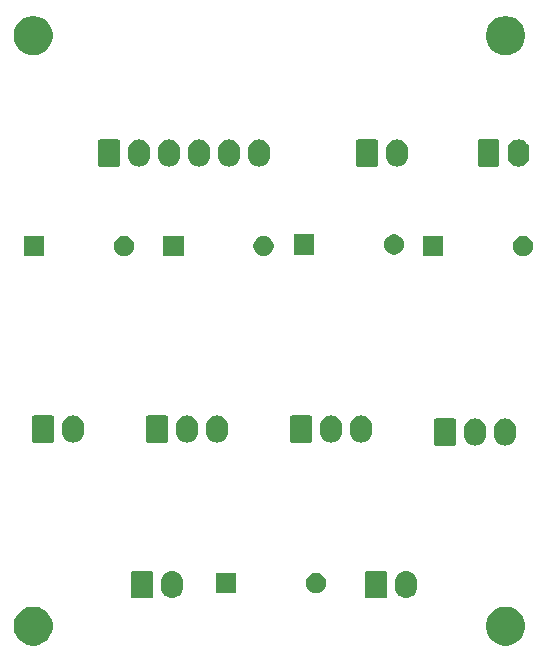
<source format=gbr>
G04 #@! TF.GenerationSoftware,KiCad,Pcbnew,(5.1.5-0-10_14)*
G04 #@! TF.CreationDate,2021-03-15T05:56:14+10:00*
G04 #@! TF.ProjectId,OH - Left Console 5 - Fuel Panel,4f48202d-204c-4656-9674-20436f6e736f,rev?*
G04 #@! TF.SameCoordinates,Original*
G04 #@! TF.FileFunction,Soldermask,Top*
G04 #@! TF.FilePolarity,Negative*
%FSLAX46Y46*%
G04 Gerber Fmt 4.6, Leading zero omitted, Abs format (unit mm)*
G04 Created by KiCad (PCBNEW (5.1.5-0-10_14)) date 2021-03-15 05:56:14*
%MOMM*%
%LPD*%
G04 APERTURE LIST*
%ADD10C,0.100000*%
G04 APERTURE END LIST*
D10*
G36*
X140375256Y-98391298D02*
G01*
X140481579Y-98412447D01*
X140782042Y-98536903D01*
X141052451Y-98717585D01*
X141282415Y-98947549D01*
X141463097Y-99217958D01*
X141587553Y-99518421D01*
X141651000Y-99837391D01*
X141651000Y-100162609D01*
X141587553Y-100481579D01*
X141463097Y-100782042D01*
X141282415Y-101052451D01*
X141052451Y-101282415D01*
X140782042Y-101463097D01*
X140481579Y-101587553D01*
X140375256Y-101608702D01*
X140162611Y-101651000D01*
X139837389Y-101651000D01*
X139624744Y-101608702D01*
X139518421Y-101587553D01*
X139217958Y-101463097D01*
X138947549Y-101282415D01*
X138717585Y-101052451D01*
X138536903Y-100782042D01*
X138412447Y-100481579D01*
X138349000Y-100162609D01*
X138349000Y-99837391D01*
X138412447Y-99518421D01*
X138536903Y-99217958D01*
X138717585Y-98947549D01*
X138947549Y-98717585D01*
X139217958Y-98536903D01*
X139518421Y-98412447D01*
X139624744Y-98391298D01*
X139837389Y-98349000D01*
X140162611Y-98349000D01*
X140375256Y-98391298D01*
G37*
G36*
X100375256Y-98391298D02*
G01*
X100481579Y-98412447D01*
X100782042Y-98536903D01*
X101052451Y-98717585D01*
X101282415Y-98947549D01*
X101463097Y-99217958D01*
X101587553Y-99518421D01*
X101651000Y-99837391D01*
X101651000Y-100162609D01*
X101587553Y-100481579D01*
X101463097Y-100782042D01*
X101282415Y-101052451D01*
X101052451Y-101282415D01*
X100782042Y-101463097D01*
X100481579Y-101587553D01*
X100375256Y-101608702D01*
X100162611Y-101651000D01*
X99837389Y-101651000D01*
X99624744Y-101608702D01*
X99518421Y-101587553D01*
X99217958Y-101463097D01*
X98947549Y-101282415D01*
X98717585Y-101052451D01*
X98536903Y-100782042D01*
X98412447Y-100481579D01*
X98349000Y-100162609D01*
X98349000Y-99837391D01*
X98412447Y-99518421D01*
X98536903Y-99217958D01*
X98717585Y-98947549D01*
X98947549Y-98717585D01*
X99217958Y-98536903D01*
X99518421Y-98412447D01*
X99624744Y-98391298D01*
X99837389Y-98349000D01*
X100162611Y-98349000D01*
X100375256Y-98391298D01*
G37*
G36*
X131752547Y-95349326D02*
G01*
X131926156Y-95401990D01*
X131926158Y-95401991D01*
X132086155Y-95487511D01*
X132226397Y-95602603D01*
X132305495Y-95698985D01*
X132341489Y-95742844D01*
X132427010Y-95902843D01*
X132479674Y-96076452D01*
X132493000Y-96211756D01*
X132493000Y-96762243D01*
X132479674Y-96897548D01*
X132427010Y-97071157D01*
X132341489Y-97231156D01*
X132305729Y-97274729D01*
X132226397Y-97371397D01*
X132129729Y-97450729D01*
X132086156Y-97486489D01*
X131926157Y-97572010D01*
X131752548Y-97624674D01*
X131572000Y-97642456D01*
X131391453Y-97624674D01*
X131217844Y-97572010D01*
X131057845Y-97486489D01*
X131014272Y-97450729D01*
X130917604Y-97371397D01*
X130802513Y-97231157D01*
X130802512Y-97231155D01*
X130716990Y-97071157D01*
X130664326Y-96897548D01*
X130651000Y-96762244D01*
X130651000Y-96211757D01*
X130664326Y-96076453D01*
X130716990Y-95902844D01*
X130802511Y-95742845D01*
X130802512Y-95742844D01*
X130917603Y-95602603D01*
X131043388Y-95499375D01*
X131057844Y-95487511D01*
X131217843Y-95401990D01*
X131391452Y-95349326D01*
X131572000Y-95331544D01*
X131752547Y-95349326D01*
G37*
G36*
X111940547Y-95349326D02*
G01*
X112114156Y-95401990D01*
X112114158Y-95401991D01*
X112274155Y-95487511D01*
X112414397Y-95602603D01*
X112493495Y-95698985D01*
X112529489Y-95742844D01*
X112615010Y-95902843D01*
X112667674Y-96076452D01*
X112681000Y-96211756D01*
X112681000Y-96762243D01*
X112667674Y-96897548D01*
X112615010Y-97071157D01*
X112529489Y-97231156D01*
X112493729Y-97274729D01*
X112414397Y-97371397D01*
X112317729Y-97450729D01*
X112274156Y-97486489D01*
X112114157Y-97572010D01*
X111940548Y-97624674D01*
X111760000Y-97642456D01*
X111579453Y-97624674D01*
X111405844Y-97572010D01*
X111245845Y-97486489D01*
X111202272Y-97450729D01*
X111105604Y-97371397D01*
X110990513Y-97231157D01*
X110990512Y-97231155D01*
X110904990Y-97071157D01*
X110852326Y-96897548D01*
X110839000Y-96762244D01*
X110839000Y-96211757D01*
X110852326Y-96076453D01*
X110904990Y-95902844D01*
X110990511Y-95742845D01*
X110990512Y-95742844D01*
X111105603Y-95602603D01*
X111231388Y-95499375D01*
X111245844Y-95487511D01*
X111405843Y-95401990D01*
X111579452Y-95349326D01*
X111760000Y-95331544D01*
X111940547Y-95349326D01*
G37*
G36*
X109999561Y-95339966D02*
G01*
X110032383Y-95349923D01*
X110062632Y-95366092D01*
X110089148Y-95387852D01*
X110110908Y-95414368D01*
X110127077Y-95444617D01*
X110137034Y-95477439D01*
X110141000Y-95517713D01*
X110141000Y-97456287D01*
X110137034Y-97496561D01*
X110127077Y-97529383D01*
X110110908Y-97559632D01*
X110089148Y-97586148D01*
X110062632Y-97607908D01*
X110032383Y-97624077D01*
X109999561Y-97634034D01*
X109959287Y-97638000D01*
X108480713Y-97638000D01*
X108440439Y-97634034D01*
X108407617Y-97624077D01*
X108377368Y-97607908D01*
X108350852Y-97586148D01*
X108329092Y-97559632D01*
X108312923Y-97529383D01*
X108302966Y-97496561D01*
X108299000Y-97456287D01*
X108299000Y-95517713D01*
X108302966Y-95477439D01*
X108312923Y-95444617D01*
X108329092Y-95414368D01*
X108350852Y-95387852D01*
X108377368Y-95366092D01*
X108407617Y-95349923D01*
X108440439Y-95339966D01*
X108480713Y-95336000D01*
X109959287Y-95336000D01*
X109999561Y-95339966D01*
G37*
G36*
X129811561Y-95339966D02*
G01*
X129844383Y-95349923D01*
X129874632Y-95366092D01*
X129901148Y-95387852D01*
X129922908Y-95414368D01*
X129939077Y-95444617D01*
X129949034Y-95477439D01*
X129953000Y-95517713D01*
X129953000Y-97456287D01*
X129949034Y-97496561D01*
X129939077Y-97529383D01*
X129922908Y-97559632D01*
X129901148Y-97586148D01*
X129874632Y-97607908D01*
X129844383Y-97624077D01*
X129811561Y-97634034D01*
X129771287Y-97638000D01*
X128292713Y-97638000D01*
X128252439Y-97634034D01*
X128219617Y-97624077D01*
X128189368Y-97607908D01*
X128162852Y-97586148D01*
X128141092Y-97559632D01*
X128124923Y-97529383D01*
X128114966Y-97496561D01*
X128111000Y-97456287D01*
X128111000Y-95517713D01*
X128114966Y-95477439D01*
X128124923Y-95444617D01*
X128141092Y-95414368D01*
X128162852Y-95387852D01*
X128189368Y-95366092D01*
X128219617Y-95349923D01*
X128252439Y-95339966D01*
X128292713Y-95336000D01*
X129771287Y-95336000D01*
X129811561Y-95339966D01*
G37*
G36*
X124200228Y-95541703D02*
G01*
X124355100Y-95605853D01*
X124494481Y-95698985D01*
X124613015Y-95817519D01*
X124706147Y-95956900D01*
X124770297Y-96111772D01*
X124803000Y-96276184D01*
X124803000Y-96443816D01*
X124770297Y-96608228D01*
X124706147Y-96763100D01*
X124613015Y-96902481D01*
X124494481Y-97021015D01*
X124355100Y-97114147D01*
X124200228Y-97178297D01*
X124035816Y-97211000D01*
X123868184Y-97211000D01*
X123703772Y-97178297D01*
X123548900Y-97114147D01*
X123409519Y-97021015D01*
X123290985Y-96902481D01*
X123197853Y-96763100D01*
X123133703Y-96608228D01*
X123101000Y-96443816D01*
X123101000Y-96276184D01*
X123133703Y-96111772D01*
X123197853Y-95956900D01*
X123290985Y-95817519D01*
X123409519Y-95698985D01*
X123548900Y-95605853D01*
X123703772Y-95541703D01*
X123868184Y-95509000D01*
X124035816Y-95509000D01*
X124200228Y-95541703D01*
G37*
G36*
X117183000Y-97211000D02*
G01*
X115481000Y-97211000D01*
X115481000Y-95509000D01*
X117183000Y-95509000D01*
X117183000Y-97211000D01*
G37*
G36*
X137594547Y-82427326D02*
G01*
X137768156Y-82479990D01*
X137768158Y-82479991D01*
X137928155Y-82565511D01*
X138068397Y-82680603D01*
X138106345Y-82726844D01*
X138183489Y-82820844D01*
X138269010Y-82980843D01*
X138321674Y-83154452D01*
X138335000Y-83289756D01*
X138335000Y-83840243D01*
X138321674Y-83975548D01*
X138269010Y-84149157D01*
X138183489Y-84309156D01*
X138154581Y-84344380D01*
X138068397Y-84449397D01*
X137971729Y-84528729D01*
X137928156Y-84564489D01*
X137768157Y-84650010D01*
X137594548Y-84702674D01*
X137414000Y-84720456D01*
X137233453Y-84702674D01*
X137059844Y-84650010D01*
X136899845Y-84564489D01*
X136856272Y-84528729D01*
X136759604Y-84449397D01*
X136644513Y-84309157D01*
X136644512Y-84309155D01*
X136558990Y-84149157D01*
X136506326Y-83975548D01*
X136493000Y-83840244D01*
X136493000Y-83289757D01*
X136506326Y-83154453D01*
X136558990Y-82980844D01*
X136644511Y-82820845D01*
X136644512Y-82820844D01*
X136759603Y-82680603D01*
X136898219Y-82566845D01*
X136899844Y-82565511D01*
X137059843Y-82479990D01*
X137233452Y-82427326D01*
X137414000Y-82409544D01*
X137594547Y-82427326D01*
G37*
G36*
X140134547Y-82427326D02*
G01*
X140308156Y-82479990D01*
X140308158Y-82479991D01*
X140468155Y-82565511D01*
X140608397Y-82680603D01*
X140646345Y-82726844D01*
X140723489Y-82820844D01*
X140809010Y-82980843D01*
X140861674Y-83154452D01*
X140875000Y-83289756D01*
X140875000Y-83840243D01*
X140861674Y-83975548D01*
X140809010Y-84149157D01*
X140723489Y-84309156D01*
X140694581Y-84344380D01*
X140608397Y-84449397D01*
X140511729Y-84528729D01*
X140468156Y-84564489D01*
X140308157Y-84650010D01*
X140134548Y-84702674D01*
X139954000Y-84720456D01*
X139773453Y-84702674D01*
X139599844Y-84650010D01*
X139439845Y-84564489D01*
X139396272Y-84528729D01*
X139299604Y-84449397D01*
X139184513Y-84309157D01*
X139184512Y-84309155D01*
X139098990Y-84149157D01*
X139046326Y-83975548D01*
X139033000Y-83840244D01*
X139033000Y-83289757D01*
X139046326Y-83154453D01*
X139098990Y-82980844D01*
X139184511Y-82820845D01*
X139184512Y-82820844D01*
X139299603Y-82680603D01*
X139438219Y-82566845D01*
X139439844Y-82565511D01*
X139599843Y-82479990D01*
X139773452Y-82427326D01*
X139954000Y-82409544D01*
X140134547Y-82427326D01*
G37*
G36*
X135653561Y-82417966D02*
G01*
X135686383Y-82427923D01*
X135716632Y-82444092D01*
X135743148Y-82465852D01*
X135764908Y-82492368D01*
X135781077Y-82522617D01*
X135791034Y-82555439D01*
X135795000Y-82595713D01*
X135795000Y-84534287D01*
X135791034Y-84574561D01*
X135781077Y-84607383D01*
X135764908Y-84637632D01*
X135743148Y-84664148D01*
X135716632Y-84685908D01*
X135686383Y-84702077D01*
X135653561Y-84712034D01*
X135613287Y-84716000D01*
X134134713Y-84716000D01*
X134094439Y-84712034D01*
X134061617Y-84702077D01*
X134031368Y-84685908D01*
X134004852Y-84664148D01*
X133983092Y-84637632D01*
X133966923Y-84607383D01*
X133956966Y-84574561D01*
X133953000Y-84534287D01*
X133953000Y-82595713D01*
X133956966Y-82555439D01*
X133966923Y-82522617D01*
X133983092Y-82492368D01*
X134004852Y-82465852D01*
X134031368Y-82444092D01*
X134061617Y-82427923D01*
X134094439Y-82417966D01*
X134134713Y-82414000D01*
X135613287Y-82414000D01*
X135653561Y-82417966D01*
G37*
G36*
X127942547Y-82173326D02*
G01*
X128116156Y-82225990D01*
X128116158Y-82225991D01*
X128276155Y-82311511D01*
X128416397Y-82426603D01*
X128469668Y-82491515D01*
X128531489Y-82566844D01*
X128617010Y-82726843D01*
X128669674Y-82900452D01*
X128683000Y-83035756D01*
X128683000Y-83586243D01*
X128669674Y-83721548D01*
X128617010Y-83895157D01*
X128531489Y-84055156D01*
X128495729Y-84098729D01*
X128416397Y-84195397D01*
X128319729Y-84274729D01*
X128276156Y-84310489D01*
X128116157Y-84396010D01*
X127942548Y-84448674D01*
X127762000Y-84466456D01*
X127581453Y-84448674D01*
X127407844Y-84396010D01*
X127247845Y-84310489D01*
X127204272Y-84274729D01*
X127107604Y-84195397D01*
X126992513Y-84055157D01*
X126992512Y-84055155D01*
X126906990Y-83895157D01*
X126854326Y-83721548D01*
X126841000Y-83586244D01*
X126841000Y-83035757D01*
X126854326Y-82900453D01*
X126906990Y-82726844D01*
X126992511Y-82566845D01*
X127021419Y-82531620D01*
X127107603Y-82426603D01*
X127233388Y-82323375D01*
X127247844Y-82311511D01*
X127407843Y-82225990D01*
X127581452Y-82173326D01*
X127762000Y-82155544D01*
X127942547Y-82173326D01*
G37*
G36*
X103558547Y-82173326D02*
G01*
X103732156Y-82225990D01*
X103732158Y-82225991D01*
X103892155Y-82311511D01*
X104032397Y-82426603D01*
X104085668Y-82491515D01*
X104147489Y-82566844D01*
X104233010Y-82726843D01*
X104285674Y-82900452D01*
X104299000Y-83035756D01*
X104299000Y-83586243D01*
X104285674Y-83721548D01*
X104233010Y-83895157D01*
X104147489Y-84055156D01*
X104111729Y-84098729D01*
X104032397Y-84195397D01*
X103935729Y-84274729D01*
X103892156Y-84310489D01*
X103732157Y-84396010D01*
X103558548Y-84448674D01*
X103378000Y-84466456D01*
X103197453Y-84448674D01*
X103023844Y-84396010D01*
X102863845Y-84310489D01*
X102820272Y-84274729D01*
X102723604Y-84195397D01*
X102608513Y-84055157D01*
X102608512Y-84055155D01*
X102522990Y-83895157D01*
X102470326Y-83721548D01*
X102457000Y-83586244D01*
X102457000Y-83035757D01*
X102470326Y-82900453D01*
X102522990Y-82726844D01*
X102608511Y-82566845D01*
X102637419Y-82531620D01*
X102723603Y-82426603D01*
X102849388Y-82323375D01*
X102863844Y-82311511D01*
X103023843Y-82225990D01*
X103197452Y-82173326D01*
X103378000Y-82155544D01*
X103558547Y-82173326D01*
G37*
G36*
X125402547Y-82173326D02*
G01*
X125576156Y-82225990D01*
X125576158Y-82225991D01*
X125736155Y-82311511D01*
X125876397Y-82426603D01*
X125929668Y-82491515D01*
X125991489Y-82566844D01*
X126077010Y-82726843D01*
X126129674Y-82900452D01*
X126143000Y-83035756D01*
X126143000Y-83586243D01*
X126129674Y-83721548D01*
X126077010Y-83895157D01*
X125991489Y-84055156D01*
X125955729Y-84098729D01*
X125876397Y-84195397D01*
X125779729Y-84274729D01*
X125736156Y-84310489D01*
X125576157Y-84396010D01*
X125402548Y-84448674D01*
X125222000Y-84466456D01*
X125041453Y-84448674D01*
X124867844Y-84396010D01*
X124707845Y-84310489D01*
X124664272Y-84274729D01*
X124567604Y-84195397D01*
X124452513Y-84055157D01*
X124452512Y-84055155D01*
X124366990Y-83895157D01*
X124314326Y-83721548D01*
X124301000Y-83586244D01*
X124301000Y-83035757D01*
X124314326Y-82900453D01*
X124366990Y-82726844D01*
X124452511Y-82566845D01*
X124481419Y-82531620D01*
X124567603Y-82426603D01*
X124693388Y-82323375D01*
X124707844Y-82311511D01*
X124867843Y-82225990D01*
X125041452Y-82173326D01*
X125222000Y-82155544D01*
X125402547Y-82173326D01*
G37*
G36*
X113210547Y-82173326D02*
G01*
X113384156Y-82225990D01*
X113384158Y-82225991D01*
X113544155Y-82311511D01*
X113684397Y-82426603D01*
X113737668Y-82491515D01*
X113799489Y-82566844D01*
X113885010Y-82726843D01*
X113937674Y-82900452D01*
X113951000Y-83035756D01*
X113951000Y-83586243D01*
X113937674Y-83721548D01*
X113885010Y-83895157D01*
X113799489Y-84055156D01*
X113763729Y-84098729D01*
X113684397Y-84195397D01*
X113587729Y-84274729D01*
X113544156Y-84310489D01*
X113384157Y-84396010D01*
X113210548Y-84448674D01*
X113030000Y-84466456D01*
X112849453Y-84448674D01*
X112675844Y-84396010D01*
X112515845Y-84310489D01*
X112472272Y-84274729D01*
X112375604Y-84195397D01*
X112260513Y-84055157D01*
X112260512Y-84055155D01*
X112174990Y-83895157D01*
X112122326Y-83721548D01*
X112109000Y-83586244D01*
X112109000Y-83035757D01*
X112122326Y-82900453D01*
X112174990Y-82726844D01*
X112260511Y-82566845D01*
X112289419Y-82531620D01*
X112375603Y-82426603D01*
X112501388Y-82323375D01*
X112515844Y-82311511D01*
X112675843Y-82225990D01*
X112849452Y-82173326D01*
X113030000Y-82155544D01*
X113210547Y-82173326D01*
G37*
G36*
X115750547Y-82173326D02*
G01*
X115924156Y-82225990D01*
X115924158Y-82225991D01*
X116084155Y-82311511D01*
X116224397Y-82426603D01*
X116277668Y-82491515D01*
X116339489Y-82566844D01*
X116425010Y-82726843D01*
X116477674Y-82900452D01*
X116491000Y-83035756D01*
X116491000Y-83586243D01*
X116477674Y-83721548D01*
X116425010Y-83895157D01*
X116339489Y-84055156D01*
X116303729Y-84098729D01*
X116224397Y-84195397D01*
X116127729Y-84274729D01*
X116084156Y-84310489D01*
X115924157Y-84396010D01*
X115750548Y-84448674D01*
X115570000Y-84466456D01*
X115389453Y-84448674D01*
X115215844Y-84396010D01*
X115055845Y-84310489D01*
X115012272Y-84274729D01*
X114915604Y-84195397D01*
X114800513Y-84055157D01*
X114800512Y-84055155D01*
X114714990Y-83895157D01*
X114662326Y-83721548D01*
X114649000Y-83586244D01*
X114649000Y-83035757D01*
X114662326Y-82900453D01*
X114714990Y-82726844D01*
X114800511Y-82566845D01*
X114829419Y-82531620D01*
X114915603Y-82426603D01*
X115041388Y-82323375D01*
X115055844Y-82311511D01*
X115215843Y-82225990D01*
X115389452Y-82173326D01*
X115570000Y-82155544D01*
X115750547Y-82173326D01*
G37*
G36*
X101617561Y-82163966D02*
G01*
X101650383Y-82173923D01*
X101680632Y-82190092D01*
X101707148Y-82211852D01*
X101728908Y-82238368D01*
X101745077Y-82268617D01*
X101755034Y-82301439D01*
X101759000Y-82341713D01*
X101759000Y-84280287D01*
X101755034Y-84320561D01*
X101745077Y-84353383D01*
X101728908Y-84383632D01*
X101707148Y-84410148D01*
X101680632Y-84431908D01*
X101650383Y-84448077D01*
X101617561Y-84458034D01*
X101577287Y-84462000D01*
X100098713Y-84462000D01*
X100058439Y-84458034D01*
X100025617Y-84448077D01*
X99995368Y-84431908D01*
X99968852Y-84410148D01*
X99947092Y-84383632D01*
X99930923Y-84353383D01*
X99920966Y-84320561D01*
X99917000Y-84280287D01*
X99917000Y-82341713D01*
X99920966Y-82301439D01*
X99930923Y-82268617D01*
X99947092Y-82238368D01*
X99968852Y-82211852D01*
X99995368Y-82190092D01*
X100025617Y-82173923D01*
X100058439Y-82163966D01*
X100098713Y-82160000D01*
X101577287Y-82160000D01*
X101617561Y-82163966D01*
G37*
G36*
X111269561Y-82163966D02*
G01*
X111302383Y-82173923D01*
X111332632Y-82190092D01*
X111359148Y-82211852D01*
X111380908Y-82238368D01*
X111397077Y-82268617D01*
X111407034Y-82301439D01*
X111411000Y-82341713D01*
X111411000Y-84280287D01*
X111407034Y-84320561D01*
X111397077Y-84353383D01*
X111380908Y-84383632D01*
X111359148Y-84410148D01*
X111332632Y-84431908D01*
X111302383Y-84448077D01*
X111269561Y-84458034D01*
X111229287Y-84462000D01*
X109750713Y-84462000D01*
X109710439Y-84458034D01*
X109677617Y-84448077D01*
X109647368Y-84431908D01*
X109620852Y-84410148D01*
X109599092Y-84383632D01*
X109582923Y-84353383D01*
X109572966Y-84320561D01*
X109569000Y-84280287D01*
X109569000Y-82341713D01*
X109572966Y-82301439D01*
X109582923Y-82268617D01*
X109599092Y-82238368D01*
X109620852Y-82211852D01*
X109647368Y-82190092D01*
X109677617Y-82173923D01*
X109710439Y-82163966D01*
X109750713Y-82160000D01*
X111229287Y-82160000D01*
X111269561Y-82163966D01*
G37*
G36*
X123461561Y-82163966D02*
G01*
X123494383Y-82173923D01*
X123524632Y-82190092D01*
X123551148Y-82211852D01*
X123572908Y-82238368D01*
X123589077Y-82268617D01*
X123599034Y-82301439D01*
X123603000Y-82341713D01*
X123603000Y-84280287D01*
X123599034Y-84320561D01*
X123589077Y-84353383D01*
X123572908Y-84383632D01*
X123551148Y-84410148D01*
X123524632Y-84431908D01*
X123494383Y-84448077D01*
X123461561Y-84458034D01*
X123421287Y-84462000D01*
X121942713Y-84462000D01*
X121902439Y-84458034D01*
X121869617Y-84448077D01*
X121839368Y-84431908D01*
X121812852Y-84410148D01*
X121791092Y-84383632D01*
X121774923Y-84353383D01*
X121764966Y-84320561D01*
X121761000Y-84280287D01*
X121761000Y-82341713D01*
X121764966Y-82301439D01*
X121774923Y-82268617D01*
X121791092Y-82238368D01*
X121812852Y-82211852D01*
X121839368Y-82190092D01*
X121869617Y-82173923D01*
X121902439Y-82163966D01*
X121942713Y-82160000D01*
X123421287Y-82160000D01*
X123461561Y-82163966D01*
G37*
G36*
X134709000Y-68669000D02*
G01*
X133007000Y-68669000D01*
X133007000Y-66967000D01*
X134709000Y-66967000D01*
X134709000Y-68669000D01*
G37*
G36*
X141726228Y-66999703D02*
G01*
X141881100Y-67063853D01*
X142020481Y-67156985D01*
X142139015Y-67275519D01*
X142232147Y-67414900D01*
X142296297Y-67569772D01*
X142329000Y-67734184D01*
X142329000Y-67901816D01*
X142296297Y-68066228D01*
X142232147Y-68221100D01*
X142139015Y-68360481D01*
X142020481Y-68479015D01*
X141881100Y-68572147D01*
X141726228Y-68636297D01*
X141561816Y-68669000D01*
X141394184Y-68669000D01*
X141229772Y-68636297D01*
X141074900Y-68572147D01*
X140935519Y-68479015D01*
X140816985Y-68360481D01*
X140723853Y-68221100D01*
X140659703Y-68066228D01*
X140627000Y-67901816D01*
X140627000Y-67734184D01*
X140659703Y-67569772D01*
X140723853Y-67414900D01*
X140816985Y-67275519D01*
X140935519Y-67156985D01*
X141074900Y-67063853D01*
X141229772Y-66999703D01*
X141394184Y-66967000D01*
X141561816Y-66967000D01*
X141726228Y-66999703D01*
G37*
G36*
X112738000Y-68669000D02*
G01*
X111036000Y-68669000D01*
X111036000Y-66967000D01*
X112738000Y-66967000D01*
X112738000Y-68669000D01*
G37*
G36*
X119755228Y-66999703D02*
G01*
X119910100Y-67063853D01*
X120049481Y-67156985D01*
X120168015Y-67275519D01*
X120261147Y-67414900D01*
X120325297Y-67569772D01*
X120358000Y-67734184D01*
X120358000Y-67901816D01*
X120325297Y-68066228D01*
X120261147Y-68221100D01*
X120168015Y-68360481D01*
X120049481Y-68479015D01*
X119910100Y-68572147D01*
X119755228Y-68636297D01*
X119590816Y-68669000D01*
X119423184Y-68669000D01*
X119258772Y-68636297D01*
X119103900Y-68572147D01*
X118964519Y-68479015D01*
X118845985Y-68360481D01*
X118752853Y-68221100D01*
X118688703Y-68066228D01*
X118656000Y-67901816D01*
X118656000Y-67734184D01*
X118688703Y-67569772D01*
X118752853Y-67414900D01*
X118845985Y-67275519D01*
X118964519Y-67156985D01*
X119103900Y-67063853D01*
X119258772Y-66999703D01*
X119423184Y-66967000D01*
X119590816Y-66967000D01*
X119755228Y-66999703D01*
G37*
G36*
X100927000Y-68669000D02*
G01*
X99225000Y-68669000D01*
X99225000Y-66967000D01*
X100927000Y-66967000D01*
X100927000Y-68669000D01*
G37*
G36*
X107944228Y-66999703D02*
G01*
X108099100Y-67063853D01*
X108238481Y-67156985D01*
X108357015Y-67275519D01*
X108450147Y-67414900D01*
X108514297Y-67569772D01*
X108547000Y-67734184D01*
X108547000Y-67901816D01*
X108514297Y-68066228D01*
X108450147Y-68221100D01*
X108357015Y-68360481D01*
X108238481Y-68479015D01*
X108099100Y-68572147D01*
X107944228Y-68636297D01*
X107779816Y-68669000D01*
X107612184Y-68669000D01*
X107447772Y-68636297D01*
X107292900Y-68572147D01*
X107153519Y-68479015D01*
X107034985Y-68360481D01*
X106941853Y-68221100D01*
X106877703Y-68066228D01*
X106845000Y-67901816D01*
X106845000Y-67734184D01*
X106877703Y-67569772D01*
X106941853Y-67414900D01*
X107034985Y-67275519D01*
X107153519Y-67156985D01*
X107292900Y-67063853D01*
X107447772Y-66999703D01*
X107612184Y-66967000D01*
X107779816Y-66967000D01*
X107944228Y-66999703D01*
G37*
G36*
X123787000Y-68542000D02*
G01*
X122085000Y-68542000D01*
X122085000Y-66840000D01*
X123787000Y-66840000D01*
X123787000Y-68542000D01*
G37*
G36*
X130804228Y-66872703D02*
G01*
X130959100Y-66936853D01*
X131098481Y-67029985D01*
X131217015Y-67148519D01*
X131310147Y-67287900D01*
X131374297Y-67442772D01*
X131407000Y-67607184D01*
X131407000Y-67774816D01*
X131374297Y-67939228D01*
X131310147Y-68094100D01*
X131217015Y-68233481D01*
X131098481Y-68352015D01*
X130959100Y-68445147D01*
X130804228Y-68509297D01*
X130639816Y-68542000D01*
X130472184Y-68542000D01*
X130307772Y-68509297D01*
X130152900Y-68445147D01*
X130013519Y-68352015D01*
X129894985Y-68233481D01*
X129801853Y-68094100D01*
X129737703Y-67939228D01*
X129705000Y-67774816D01*
X129705000Y-67607184D01*
X129737703Y-67442772D01*
X129801853Y-67287900D01*
X129894985Y-67148519D01*
X130013519Y-67029985D01*
X130152900Y-66936853D01*
X130307772Y-66872703D01*
X130472184Y-66840000D01*
X130639816Y-66840000D01*
X130804228Y-66872703D01*
G37*
G36*
X119306547Y-58806326D02*
G01*
X119480156Y-58858990D01*
X119480158Y-58858991D01*
X119640155Y-58944511D01*
X119780397Y-59059603D01*
X119859729Y-59156271D01*
X119895489Y-59199844D01*
X119981010Y-59359843D01*
X120033674Y-59533452D01*
X120047000Y-59668756D01*
X120047000Y-60219243D01*
X120033674Y-60354548D01*
X119981010Y-60528157D01*
X119895489Y-60688156D01*
X119859729Y-60731729D01*
X119780397Y-60828397D01*
X119683729Y-60907729D01*
X119640156Y-60943489D01*
X119480157Y-61029010D01*
X119306548Y-61081674D01*
X119126000Y-61099456D01*
X118945453Y-61081674D01*
X118771844Y-61029010D01*
X118611845Y-60943489D01*
X118568272Y-60907729D01*
X118471604Y-60828397D01*
X118356513Y-60688157D01*
X118356512Y-60688155D01*
X118270990Y-60528157D01*
X118218326Y-60354548D01*
X118205000Y-60219244D01*
X118205000Y-59668757D01*
X118218326Y-59533453D01*
X118270990Y-59359844D01*
X118356511Y-59199845D01*
X118356512Y-59199844D01*
X118471603Y-59059603D01*
X118597388Y-58956375D01*
X118611844Y-58944511D01*
X118771843Y-58858990D01*
X118945452Y-58806326D01*
X119126000Y-58788544D01*
X119306547Y-58806326D01*
G37*
G36*
X114226547Y-58806326D02*
G01*
X114400156Y-58858990D01*
X114400158Y-58858991D01*
X114560155Y-58944511D01*
X114700397Y-59059603D01*
X114779729Y-59156271D01*
X114815489Y-59199844D01*
X114901010Y-59359843D01*
X114953674Y-59533452D01*
X114967000Y-59668756D01*
X114967000Y-60219243D01*
X114953674Y-60354548D01*
X114901010Y-60528157D01*
X114815489Y-60688156D01*
X114779729Y-60731729D01*
X114700397Y-60828397D01*
X114603729Y-60907729D01*
X114560156Y-60943489D01*
X114400157Y-61029010D01*
X114226548Y-61081674D01*
X114046000Y-61099456D01*
X113865453Y-61081674D01*
X113691844Y-61029010D01*
X113531845Y-60943489D01*
X113488272Y-60907729D01*
X113391604Y-60828397D01*
X113276513Y-60688157D01*
X113276512Y-60688155D01*
X113190990Y-60528157D01*
X113138326Y-60354548D01*
X113125000Y-60219244D01*
X113125000Y-59668757D01*
X113138326Y-59533453D01*
X113190990Y-59359844D01*
X113276511Y-59199845D01*
X113276512Y-59199844D01*
X113391603Y-59059603D01*
X113517388Y-58956375D01*
X113531844Y-58944511D01*
X113691843Y-58858990D01*
X113865452Y-58806326D01*
X114046000Y-58788544D01*
X114226547Y-58806326D01*
G37*
G36*
X111686547Y-58806326D02*
G01*
X111860156Y-58858990D01*
X111860158Y-58858991D01*
X112020155Y-58944511D01*
X112160397Y-59059603D01*
X112239729Y-59156271D01*
X112275489Y-59199844D01*
X112361010Y-59359843D01*
X112413674Y-59533452D01*
X112427000Y-59668756D01*
X112427000Y-60219243D01*
X112413674Y-60354548D01*
X112361010Y-60528157D01*
X112275489Y-60688156D01*
X112239729Y-60731729D01*
X112160397Y-60828397D01*
X112063729Y-60907729D01*
X112020156Y-60943489D01*
X111860157Y-61029010D01*
X111686548Y-61081674D01*
X111506000Y-61099456D01*
X111325453Y-61081674D01*
X111151844Y-61029010D01*
X110991845Y-60943489D01*
X110948272Y-60907729D01*
X110851604Y-60828397D01*
X110736513Y-60688157D01*
X110736512Y-60688155D01*
X110650990Y-60528157D01*
X110598326Y-60354548D01*
X110585000Y-60219244D01*
X110585000Y-59668757D01*
X110598326Y-59533453D01*
X110650990Y-59359844D01*
X110736511Y-59199845D01*
X110736512Y-59199844D01*
X110851603Y-59059603D01*
X110977388Y-58956375D01*
X110991844Y-58944511D01*
X111151843Y-58858990D01*
X111325452Y-58806326D01*
X111506000Y-58788544D01*
X111686547Y-58806326D01*
G37*
G36*
X109146547Y-58806326D02*
G01*
X109320156Y-58858990D01*
X109320158Y-58858991D01*
X109480155Y-58944511D01*
X109620397Y-59059603D01*
X109699729Y-59156271D01*
X109735489Y-59199844D01*
X109821010Y-59359843D01*
X109873674Y-59533452D01*
X109887000Y-59668756D01*
X109887000Y-60219243D01*
X109873674Y-60354548D01*
X109821010Y-60528157D01*
X109735489Y-60688156D01*
X109699729Y-60731729D01*
X109620397Y-60828397D01*
X109523729Y-60907729D01*
X109480156Y-60943489D01*
X109320157Y-61029010D01*
X109146548Y-61081674D01*
X108966000Y-61099456D01*
X108785453Y-61081674D01*
X108611844Y-61029010D01*
X108451845Y-60943489D01*
X108408272Y-60907729D01*
X108311604Y-60828397D01*
X108196513Y-60688157D01*
X108196512Y-60688155D01*
X108110990Y-60528157D01*
X108058326Y-60354548D01*
X108045000Y-60219244D01*
X108045000Y-59668757D01*
X108058326Y-59533453D01*
X108110990Y-59359844D01*
X108196511Y-59199845D01*
X108196512Y-59199844D01*
X108311603Y-59059603D01*
X108437388Y-58956375D01*
X108451844Y-58944511D01*
X108611843Y-58858990D01*
X108785452Y-58806326D01*
X108966000Y-58788544D01*
X109146547Y-58806326D01*
G37*
G36*
X116766547Y-58806326D02*
G01*
X116940156Y-58858990D01*
X116940158Y-58858991D01*
X117100155Y-58944511D01*
X117240397Y-59059603D01*
X117319729Y-59156271D01*
X117355489Y-59199844D01*
X117441010Y-59359843D01*
X117493674Y-59533452D01*
X117507000Y-59668756D01*
X117507000Y-60219243D01*
X117493674Y-60354548D01*
X117441010Y-60528157D01*
X117355489Y-60688156D01*
X117319729Y-60731729D01*
X117240397Y-60828397D01*
X117143729Y-60907729D01*
X117100156Y-60943489D01*
X116940157Y-61029010D01*
X116766548Y-61081674D01*
X116586000Y-61099456D01*
X116405453Y-61081674D01*
X116231844Y-61029010D01*
X116071845Y-60943489D01*
X116028272Y-60907729D01*
X115931604Y-60828397D01*
X115816513Y-60688157D01*
X115816512Y-60688155D01*
X115730990Y-60528157D01*
X115678326Y-60354548D01*
X115665000Y-60219244D01*
X115665000Y-59668757D01*
X115678326Y-59533453D01*
X115730990Y-59359844D01*
X115816511Y-59199845D01*
X115816512Y-59199844D01*
X115931603Y-59059603D01*
X116057388Y-58956375D01*
X116071844Y-58944511D01*
X116231843Y-58858990D01*
X116405452Y-58806326D01*
X116586000Y-58788544D01*
X116766547Y-58806326D01*
G37*
G36*
X130990547Y-58806326D02*
G01*
X131164156Y-58858990D01*
X131164158Y-58858991D01*
X131324155Y-58944511D01*
X131464397Y-59059603D01*
X131543729Y-59156271D01*
X131579489Y-59199844D01*
X131665010Y-59359843D01*
X131717674Y-59533452D01*
X131731000Y-59668756D01*
X131731000Y-60219243D01*
X131717674Y-60354548D01*
X131665010Y-60528157D01*
X131579489Y-60688156D01*
X131543729Y-60731729D01*
X131464397Y-60828397D01*
X131367729Y-60907729D01*
X131324156Y-60943489D01*
X131164157Y-61029010D01*
X130990548Y-61081674D01*
X130810000Y-61099456D01*
X130629453Y-61081674D01*
X130455844Y-61029010D01*
X130295845Y-60943489D01*
X130252272Y-60907729D01*
X130155604Y-60828397D01*
X130040513Y-60688157D01*
X130040512Y-60688155D01*
X129954990Y-60528157D01*
X129902326Y-60354548D01*
X129889000Y-60219244D01*
X129889000Y-59668757D01*
X129902326Y-59533453D01*
X129954990Y-59359844D01*
X130040511Y-59199845D01*
X130040512Y-59199844D01*
X130155603Y-59059603D01*
X130281388Y-58956375D01*
X130295844Y-58944511D01*
X130455843Y-58858990D01*
X130629452Y-58806326D01*
X130810000Y-58788544D01*
X130990547Y-58806326D01*
G37*
G36*
X141277547Y-58806326D02*
G01*
X141451156Y-58858990D01*
X141451158Y-58858991D01*
X141611155Y-58944511D01*
X141751397Y-59059603D01*
X141830729Y-59156271D01*
X141866489Y-59199844D01*
X141952010Y-59359843D01*
X142004674Y-59533452D01*
X142018000Y-59668756D01*
X142018000Y-60219243D01*
X142004674Y-60354548D01*
X141952010Y-60528157D01*
X141866489Y-60688156D01*
X141830729Y-60731729D01*
X141751397Y-60828397D01*
X141654729Y-60907729D01*
X141611156Y-60943489D01*
X141451157Y-61029010D01*
X141277548Y-61081674D01*
X141097000Y-61099456D01*
X140916453Y-61081674D01*
X140742844Y-61029010D01*
X140582845Y-60943489D01*
X140539272Y-60907729D01*
X140442604Y-60828397D01*
X140327513Y-60688157D01*
X140327512Y-60688155D01*
X140241990Y-60528157D01*
X140189326Y-60354548D01*
X140176000Y-60219244D01*
X140176000Y-59668757D01*
X140189326Y-59533453D01*
X140241990Y-59359844D01*
X140327511Y-59199845D01*
X140327512Y-59199844D01*
X140442603Y-59059603D01*
X140568388Y-58956375D01*
X140582844Y-58944511D01*
X140742843Y-58858990D01*
X140916452Y-58806326D01*
X141097000Y-58788544D01*
X141277547Y-58806326D01*
G37*
G36*
X139336561Y-58796966D02*
G01*
X139369383Y-58806923D01*
X139399632Y-58823092D01*
X139426148Y-58844852D01*
X139447908Y-58871368D01*
X139464077Y-58901617D01*
X139474034Y-58934439D01*
X139478000Y-58974713D01*
X139478000Y-60913287D01*
X139474034Y-60953561D01*
X139464077Y-60986383D01*
X139447908Y-61016632D01*
X139426148Y-61043148D01*
X139399632Y-61064908D01*
X139369383Y-61081077D01*
X139336561Y-61091034D01*
X139296287Y-61095000D01*
X137817713Y-61095000D01*
X137777439Y-61091034D01*
X137744617Y-61081077D01*
X137714368Y-61064908D01*
X137687852Y-61043148D01*
X137666092Y-61016632D01*
X137649923Y-60986383D01*
X137639966Y-60953561D01*
X137636000Y-60913287D01*
X137636000Y-58974713D01*
X137639966Y-58934439D01*
X137649923Y-58901617D01*
X137666092Y-58871368D01*
X137687852Y-58844852D01*
X137714368Y-58823092D01*
X137744617Y-58806923D01*
X137777439Y-58796966D01*
X137817713Y-58793000D01*
X139296287Y-58793000D01*
X139336561Y-58796966D01*
G37*
G36*
X129049561Y-58796966D02*
G01*
X129082383Y-58806923D01*
X129112632Y-58823092D01*
X129139148Y-58844852D01*
X129160908Y-58871368D01*
X129177077Y-58901617D01*
X129187034Y-58934439D01*
X129191000Y-58974713D01*
X129191000Y-60913287D01*
X129187034Y-60953561D01*
X129177077Y-60986383D01*
X129160908Y-61016632D01*
X129139148Y-61043148D01*
X129112632Y-61064908D01*
X129082383Y-61081077D01*
X129049561Y-61091034D01*
X129009287Y-61095000D01*
X127530713Y-61095000D01*
X127490439Y-61091034D01*
X127457617Y-61081077D01*
X127427368Y-61064908D01*
X127400852Y-61043148D01*
X127379092Y-61016632D01*
X127362923Y-60986383D01*
X127352966Y-60953561D01*
X127349000Y-60913287D01*
X127349000Y-58974713D01*
X127352966Y-58934439D01*
X127362923Y-58901617D01*
X127379092Y-58871368D01*
X127400852Y-58844852D01*
X127427368Y-58823092D01*
X127457617Y-58806923D01*
X127490439Y-58796966D01*
X127530713Y-58793000D01*
X129009287Y-58793000D01*
X129049561Y-58796966D01*
G37*
G36*
X107205561Y-58796966D02*
G01*
X107238383Y-58806923D01*
X107268632Y-58823092D01*
X107295148Y-58844852D01*
X107316908Y-58871368D01*
X107333077Y-58901617D01*
X107343034Y-58934439D01*
X107347000Y-58974713D01*
X107347000Y-60913287D01*
X107343034Y-60953561D01*
X107333077Y-60986383D01*
X107316908Y-61016632D01*
X107295148Y-61043148D01*
X107268632Y-61064908D01*
X107238383Y-61081077D01*
X107205561Y-61091034D01*
X107165287Y-61095000D01*
X105686713Y-61095000D01*
X105646439Y-61091034D01*
X105613617Y-61081077D01*
X105583368Y-61064908D01*
X105556852Y-61043148D01*
X105535092Y-61016632D01*
X105518923Y-60986383D01*
X105508966Y-60953561D01*
X105505000Y-60913287D01*
X105505000Y-58974713D01*
X105508966Y-58934439D01*
X105518923Y-58901617D01*
X105535092Y-58871368D01*
X105556852Y-58844852D01*
X105583368Y-58823092D01*
X105613617Y-58806923D01*
X105646439Y-58796966D01*
X105686713Y-58793000D01*
X107165287Y-58793000D01*
X107205561Y-58796966D01*
G37*
G36*
X100375256Y-48391298D02*
G01*
X100481579Y-48412447D01*
X100782042Y-48536903D01*
X101052451Y-48717585D01*
X101282415Y-48947549D01*
X101463097Y-49217958D01*
X101587553Y-49518421D01*
X101651000Y-49837391D01*
X101651000Y-50162609D01*
X101587553Y-50481579D01*
X101463097Y-50782042D01*
X101282415Y-51052451D01*
X101052451Y-51282415D01*
X100782042Y-51463097D01*
X100481579Y-51587553D01*
X100375256Y-51608702D01*
X100162611Y-51651000D01*
X99837389Y-51651000D01*
X99624744Y-51608702D01*
X99518421Y-51587553D01*
X99217958Y-51463097D01*
X98947549Y-51282415D01*
X98717585Y-51052451D01*
X98536903Y-50782042D01*
X98412447Y-50481579D01*
X98349000Y-50162609D01*
X98349000Y-49837391D01*
X98412447Y-49518421D01*
X98536903Y-49217958D01*
X98717585Y-48947549D01*
X98947549Y-48717585D01*
X99217958Y-48536903D01*
X99518421Y-48412447D01*
X99624744Y-48391298D01*
X99837389Y-48349000D01*
X100162611Y-48349000D01*
X100375256Y-48391298D01*
G37*
G36*
X140375256Y-48391298D02*
G01*
X140481579Y-48412447D01*
X140782042Y-48536903D01*
X141052451Y-48717585D01*
X141282415Y-48947549D01*
X141463097Y-49217958D01*
X141587553Y-49518421D01*
X141651000Y-49837391D01*
X141651000Y-50162609D01*
X141587553Y-50481579D01*
X141463097Y-50782042D01*
X141282415Y-51052451D01*
X141052451Y-51282415D01*
X140782042Y-51463097D01*
X140481579Y-51587553D01*
X140375256Y-51608702D01*
X140162611Y-51651000D01*
X139837389Y-51651000D01*
X139624744Y-51608702D01*
X139518421Y-51587553D01*
X139217958Y-51463097D01*
X138947549Y-51282415D01*
X138717585Y-51052451D01*
X138536903Y-50782042D01*
X138412447Y-50481579D01*
X138349000Y-50162609D01*
X138349000Y-49837391D01*
X138412447Y-49518421D01*
X138536903Y-49217958D01*
X138717585Y-48947549D01*
X138947549Y-48717585D01*
X139217958Y-48536903D01*
X139518421Y-48412447D01*
X139624744Y-48391298D01*
X139837389Y-48349000D01*
X140162611Y-48349000D01*
X140375256Y-48391298D01*
G37*
M02*

</source>
